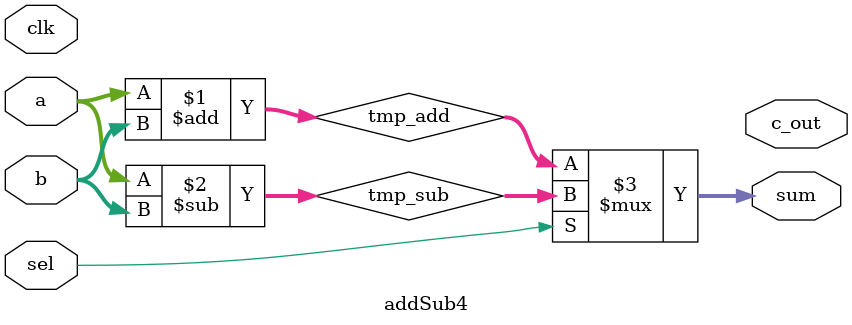
<source format=v>
module addSub4(sel, a, b, sum, c_out, clk);
			   
input sel, clk;
input [3:0] a;
input [3:0] b;
output [3:0] sum;
output c_out;
wire [3:0] tmp_add;
wire [3:0] tmp_sub;

  assign tmp_add = a + b;
  assign tmp_sub = a - b;
  
  assign sum = (sel ? (tmp_sub) : (tmp_add));

endmodule
</source>
